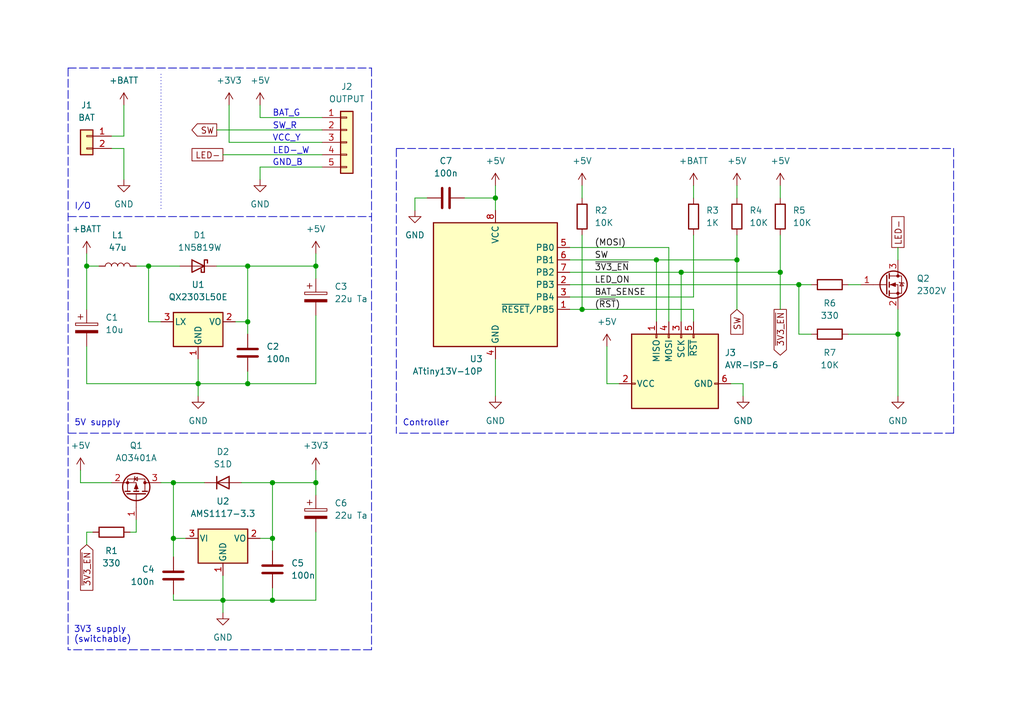
<source format=kicad_sch>
(kicad_sch (version 20211123) (generator eeschema)
  (paper "A5")
  (title_block (title "Napoleon Grill Battery Supply") (date "2024-10-22") (rev "0.1-alpha") (company "Yavook!de") (comment 1 "Napoleon Rogue SE (Special Edition) 425"))
  (lib_symbols
    (symbol "Connector:AVR-ISP-6" (pin_names (offset 1.016))
      (property "Reference" "J" (at -6.35 11.43 0))
      (property "Value" "AVR-ISP-6" (at 0 11.43 0))
      (symbol "AVR-ISP-6_0_1"
        (rectangle (start -2.667 -6.858) (end -2.413 -7.62))
        (rectangle (start -2.667 10.16) (end -2.413 9.398))
        (rectangle (start 7.62 -2.413) (end 6.858 -2.667))
        (rectangle (start 7.62 0.127) (end 6.858 -0.127))
        (rectangle (start 7.62 2.667) (end 6.858 2.413))
        (rectangle (start 7.62 5.207) (end 6.858 4.953))
        (rectangle (start 7.62 10.16) (end -7.62 -7.62) (stroke (width 0.254)) (fill (type background)))
      )
      (symbol "AVR-ISP-6_1_1"
        (pin passive line (at 10.16 5.08 180) (length 2.54) (name "MISO") (number "1"))
        (pin passive line (at -2.54 12.7 270) (length 2.54) (name "VCC") (number "2"))
        (pin passive line (at 10.16 0 180) (length 2.54) (name "SCK") (number "3"))
        (pin passive line (at 10.16 2.54 180) (length 2.54) (name "MOSI") (number "4"))
        (pin passive line (at 10.16 -2.54 180) (length 2.54) (name "~{RST}") (number "5"))
        (pin passive line (at -2.54 -10.16 90) (length 2.54) (name "GND") (number "6"))
      )
    )
    (symbol "Connector_Generic:Conn_01x02" (pin_names (offset 1.016) hide)
      (property "Reference" "J" (at 0 2.54 0))
      (property "Value" "Conn_01x02" (at 0 -5.08 0))
      (symbol "Conn_01x02_1_1"
        (rectangle (start -1.27 -2.413) (end 0 -2.667) (stroke (width 0.1524)))
        (rectangle (start -1.27 0.127) (end 0 -0.127) (stroke (width 0.1524)))
        (rectangle (start -1.27 1.27) (end 1.27 -3.81) (stroke (width 0.254)) (fill (type background)))
        (pin passive line (at -5.08 0 0) (length 3.81) (name "Pin_1") (number "1"))
        (pin passive line (at -5.08 -2.54 0) (length 3.81) (name "Pin_2") (number "2"))
      )
    )
    (symbol "Connector_Generic:Conn_01x05" (pin_names (offset 1.016) hide)
      (property "Reference" "J" (at 0 7.62 0))
      (property "Value" "Conn_01x05" (at 0 -7.62 0))
      (symbol "Conn_01x05_1_1"
        (rectangle (start -1.27 -4.953) (end 0 -5.207) (stroke (width 0.1524)))
        (rectangle (start -1.27 -2.413) (end 0 -2.667) (stroke (width 0.1524)))
        (rectangle (start -1.27 0.127) (end 0 -0.127) (stroke (width 0.1524)))
        (rectangle (start -1.27 2.667) (end 0 2.413) (stroke (width 0.1524)))
        (rectangle (start -1.27 5.207) (end 0 4.953) (stroke (width 0.1524)))
        (rectangle (start -1.27 6.35) (end 1.27 -6.35) (stroke (width 0.254)) (fill (type background)))
        (pin passive line (at -5.08 5.08 0) (length 3.81) (name "Pin_1") (number "1"))
        (pin passive line (at -5.08 2.54 0) (length 3.81) (name "Pin_2") (number "2"))
        (pin passive line (at -5.08 0 0) (length 3.81) (name "Pin_3") (number "3"))
        (pin passive line (at -5.08 -2.54 0) (length 3.81) (name "Pin_4") (number "4"))
        (pin passive line (at -5.08 -5.08 0) (length 3.81) (name "Pin_5") (number "5"))
      )
    )
    (symbol "Device:C" (pin_numbers hide) (pin_names (offset 0.254))
      (property "Reference" "C" (at 0.635 2.54 0))
      (property "Value" "C" (at 0.635 -2.54 0))
      (symbol "C_0_1"
        (polyline (pts (xy -2.032 -0.762) (xy 2.032 -0.762)) (stroke (width 0.508)))
        (polyline (pts (xy -2.032 0.762) (xy 2.032 0.762)) (stroke (width 0.508)))
      )
      (symbol "C_1_1"
        (pin passive line (at 0 3.81 270) (length 2.794) (name "~") (number "1"))
        (pin passive line (at 0 -3.81 90) (length 2.794) (name "~") (number "2"))
      )
    )
    (symbol "Device:C_Polarized" (pin_numbers hide) (pin_names (offset 0.254))
      (property "Reference" "C" (at 0.635 2.54 0))
      (property "Value" "C_Polarized" (at 0.635 -2.54 0))
      (symbol "C_Polarized_0_1"
        (rectangle (start -2.286 0.508) (end 2.286 1.016))
        (polyline (pts (xy -1.778 2.286) (xy -0.762 2.286)))
        (polyline (pts (xy -1.27 2.794) (xy -1.27 1.778)))
        (rectangle (start 2.286 -0.508) (end -2.286 -1.016) (fill (type outline)))
      )
      (symbol "C_Polarized_1_1"
        (pin passive line (at 0 3.81 270) (length 2.794) (name "~") (number "1"))
        (pin passive line (at 0 -3.81 90) (length 2.794) (name "~") (number "2"))
      )
    )
    (symbol "Device:D_Schottky" (pin_numbers hide) (pin_names (offset 1.016) hide)
      (property "Reference" "D" (at 0 2.54 0))
      (property "Value" "D_Schottky" (at 0 -2.54 0))
      (symbol "D_Schottky_0_1"
        (polyline (pts (xy 1.27 0) (xy -1.27 0)))
        (polyline (pts (xy 1.27 1.27) (xy 1.27 -1.27) (xy -1.27 0) (xy 1.27 1.27)) (stroke (width 0.254)))
        (polyline (pts (xy -1.905 0.635) (xy -1.905 1.27) (xy -1.27 1.27) (xy -1.27 -1.27) (xy -0.635 -1.27) (xy -0.635 -0.635)) (stroke (width 0.254)))
      )
      (symbol "D_Schottky_1_1"
        (pin passive line (at -3.81 0 0) (length 2.54) (name "K") (number "1"))
        (pin passive line (at 3.81 0 180) (length 2.54) (name "A") (number "2"))
      )
    )
    (symbol "Device:L" (pin_numbers hide) (pin_names (offset 1.016) hide)
      (property "Reference" "L" (at -1.27 0 90))
      (property "Value" "L" (at 1.905 0 90))
      (symbol "L_0_1"
        (arc (start 0 -2.54) (mid 0.635 -1.905) (end 0 -1.27))
        (arc (start 0 -1.27) (mid 0.635 -0.635) (end 0 0))
        (arc (start 0 0) (mid 0.635 0.635) (end 0 1.27))
        (arc (start 0 1.27) (mid 0.635 1.905) (end 0 2.54))
      )
      (symbol "L_1_1"
        (pin passive line (at 0 3.81 270) (length 1.27) (name "1") (number "1"))
        (pin passive line (at 0 -3.81 90) (length 1.27) (name "2") (number "2"))
      )
    )
    (symbol "Device:R" (pin_numbers hide) (pin_names (offset 0))
      (property "Reference" "R" (at 2.032 0 90))
      (property "Value" "R" (at 0 0 90))
      (symbol "R_0_1"
        (rectangle (start -1.016 -2.54) (end 1.016 2.54) (stroke (width 0.254)))
      )
      (symbol "R_1_1"
        (pin passive line (at 0 3.81 270) (length 1.27) (name "~") (number "1"))
        (pin passive line (at 0 -3.81 90) (length 1.27) (name "~") (number "2"))
      )
    )
    (symbol "Diode:US1D" (pin_numbers hide) (pin_names (offset 1.016) hide)
      (property "Reference" "D" (at 0 2.54 0))
      (property "Value" "US1D" (at 0 -2.54 0))
      (symbol "US1D_0_1"
        (polyline (pts (xy -1.27 1.27) (xy -1.27 -1.27)) (stroke (width 0.254)))
        (polyline (pts (xy 1.27 0) (xy -1.27 0)))
        (polyline (pts (xy 1.27 1.27) (xy 1.27 -1.27) (xy -1.27 0) (xy 1.27 1.27)) (stroke (width 0.254)))
      )
      (symbol "US1D_1_1"
        (pin passive line (at -3.81 0 0) (length 2.54) (name "K") (number "1"))
        (pin passive line (at 3.81 0 180) (length 2.54) (name "A") (number "2"))
      )
    )
    (symbol "MCU_Microchip_ATtiny:ATtiny13V-10P"
      (property "Reference" "U" (at -12.7 13.97 0))
      (property "Value" "ATtiny13V-10P" (at 2.54 -13.97 0))
      (symbol "ATtiny13V-10P_0_1"
        (rectangle (start -12.7 -12.7) (end 12.7 12.7) (stroke (width 0.254)) (fill (type background)))
      )
      (symbol "ATtiny13V-10P_1_1"
        (pin bidirectional line (at 15.24 -5.08 180) (length 2.54) (name "~{RESET}/PB5") (number "1"))
        (pin bidirectional line (at 15.24 0 180) (length 2.54) (name "PB3") (number "2"))
        (pin bidirectional line (at 15.24 -2.54 180) (length 2.54) (name "PB4") (number "3"))
        (pin power_in line (at 0 -15.24 90) (length 2.54) (name "GND") (number "4"))
        (pin bidirectional line (at 15.24 7.62 180) (length 2.54) (name "PB0") (number "5"))
        (pin bidirectional line (at 15.24 5.08 180) (length 2.54) (name "PB1") (number "6"))
        (pin bidirectional line (at 15.24 2.54 180) (length 2.54) (name "PB2") (number "7"))
        (pin power_in line (at 0 15.24 270) (length 2.54) (name "VCC") (number "8"))
      )
    )
    (symbol "Regulator_Linear:AMS1117-3.3" (pin_names (offset 0.254))
      (property "Reference" "U" (at -3.81 3.175 0))
      (property "Value" "AMS1117-3.3" (at 0 3.175 0))
      (symbol "AMS1117-3.3_0_1"
        (rectangle (start -5.08 -5.08) (end 5.08 1.905) (stroke (width 0.254)) (fill (type background)))
      )
      (symbol "AMS1117-3.3_1_1"
        (pin power_in line (at 0 -7.62 90) (length 2.54) (name "GND") (number "1"))
        (pin power_out line (at 7.62 0 180) (length 2.54) (name "VO") (number "2"))
        (pin power_in line (at -7.62 0 0) (length 2.54) (name "VI") (number "3"))
      )
    )
    (symbol "Transistor_FET:AO3401A" (pin_names hide)
      (property "Reference" "Q" (at 5.08 1.905 0))
      (property "Value" "AO3401A" (at 5.08 0 0))
      (symbol "AO3401A_0_1"
        (polyline (pts (xy 0.254 0) (xy -2.54 0)))
        (polyline (pts (xy 0.254 1.905) (xy 0.254 -1.905)) (stroke (width 0.254)))
        (polyline (pts (xy 0.762 -1.27) (xy 0.762 -2.286)) (stroke (width 0.254)))
        (polyline (pts (xy 0.762 0.508) (xy 0.762 -0.508)) (stroke (width 0.254)))
        (polyline (pts (xy 0.762 2.286) (xy 0.762 1.27)) (stroke (width 0.254)))
        (polyline (pts (xy 2.54 2.54) (xy 2.54 1.778)))
        (polyline (pts (xy 2.54 -2.54) (xy 2.54 0) (xy 0.762 0)))
        (polyline (pts (xy 0.762 1.778) (xy 3.302 1.778) (xy 3.302 -1.778) (xy 0.762 -1.778)))
        (polyline (pts (xy 2.286 0) (xy 1.27 0.381) (xy 1.27 -0.381) (xy 2.286 0)) (fill (type outline)))
        (polyline (pts (xy 2.794 -0.508) (xy 2.921 -0.381) (xy 3.683 -0.381) (xy 3.81 -0.254)))
        (polyline (pts (xy 3.302 -0.381) (xy 2.921 0.254) (xy 3.683 0.254) (xy 3.302 -0.381)))
        (circle (center 1.651 0) (radius 2.794) (stroke (width 0.254)))
        (circle (center 2.54 -1.778) (radius 0.254) (fill (type outline)))
        (circle (center 2.54 1.778) (radius 0.254) (fill (type outline)))
      )
      (symbol "AO3401A_1_1"
        (pin input line (at -5.08 0 0) (length 2.54) (name "G") (number "1"))
        (pin passive line (at 2.54 -5.08 90) (length 2.54) (name "S") (number "2"))
        (pin passive line (at 2.54 5.08 270) (length 2.54) (name "D") (number "3"))
      )
    )
    (symbol "Transistor_FET:DMG2302U" (pin_names hide)
      (property "Reference" "Q" (at 5.08 1.905 0))
      (property "Value" "DMG2302U" (at 5.08 0 0))
      (symbol "DMG2302U_0_1"
        (polyline (pts (xy 0.254 0) (xy -2.54 0)))
        (polyline (pts (xy 0.254 1.905) (xy 0.254 -1.905)) (stroke (width 0.254)))
        (polyline (pts (xy 0.762 -1.27) (xy 0.762 -2.286)) (stroke (width 0.254)))
        (polyline (pts (xy 0.762 0.508) (xy 0.762 -0.508)) (stroke (width 0.254)))
        (polyline (pts (xy 0.762 2.286) (xy 0.762 1.27)) (stroke (width 0.254)))
        (polyline (pts (xy 2.54 2.54) (xy 2.54 1.778)))
        (polyline (pts (xy 2.54 -2.54) (xy 2.54 0) (xy 0.762 0)))
        (polyline (pts (xy 0.762 -1.778) (xy 3.302 -1.778) (xy 3.302 1.778) (xy 0.762 1.778)))
        (polyline (pts (xy 1.016 0) (xy 2.032 0.381) (xy 2.032 -0.381) (xy 1.016 0)) (fill (type outline)))
        (polyline (pts (xy 2.794 0.508) (xy 2.921 0.381) (xy 3.683 0.381) (xy 3.81 0.254)))
        (polyline (pts (xy 3.302 0.381) (xy 2.921 -0.254) (xy 3.683 -0.254) (xy 3.302 0.381)))
        (circle (center 1.651 0) (radius 2.794) (stroke (width 0.254)))
        (circle (center 2.54 -1.778) (radius 0.254) (fill (type outline)))
        (circle (center 2.54 1.778) (radius 0.254) (fill (type outline)))
      )
      (symbol "DMG2302U_1_1"
        (pin input line (at -5.08 0 0) (length 2.54) (name "G") (number "1"))
        (pin passive line (at 2.54 -5.08 90) (length 2.54) (name "S") (number "2"))
        (pin passive line (at 2.54 5.08 270) (length 2.54) (name "D") (number "3"))
      )
    )
    (symbol "mini-boards:QX2303L50E" (pin_names (offset 0.254))
      (property "Reference" "U" (at -3.81 3.175 0))
      (property "Value" "QX2303L50E" (at 0 3.175 0))
      (symbol "QX2303L50E_0_1"
        (rectangle (start -5.08 -5.08) (end 5.08 1.905) (stroke (width 0.254)) (fill (type background)))
      )
      (symbol "QX2303L50E_1_1"
        (pin power_in line (at 0 -7.62 90) (length 2.54) (name "GND") (number "1"))
        (pin power_out line (at 7.62 0 180) (length 2.54) (name "VO") (number "2"))
        (pin open_collector line (at -7.62 0 0) (length 2.54) (name "LX") (number "3"))
      )
    )
    (symbol "power:+3V3" (power) (pin_names (offset 0))
      (property "Value" "+3V3" (at 0 3.556 0))
      (symbol "+3V3_0_1"
        (polyline (pts (xy -0.762 1.27) (xy 0 2.54)))
        (polyline (pts (xy 0 0) (xy 0 2.54)))
        (polyline (pts (xy 0 2.54) (xy 0.762 1.27)))
      )
      (symbol "+3V3_1_1"
        (pin power_in line (at 0 0 90) (length 0) hide (name "+3V3") (number "1"))
      )
    )
    (symbol "power:+5V" (power) (pin_names (offset 0))
      (property "Value" "+5V" (at 0 3.556 0))
      (symbol "+5V_0_1"
        (polyline (pts (xy -0.762 1.27) (xy 0 2.54)))
        (polyline (pts (xy 0 0) (xy 0 2.54)))
        (polyline (pts (xy 0 2.54) (xy 0.762 1.27)))
      )
      (symbol "+5V_1_1"
        (pin power_in line (at 0 0 90) (length 0) hide (name "+5V") (number "1"))
      )
    )
    (symbol "power:+BATT" (power) (pin_names (offset 0))
      (property "Value" "+BATT" (at 0 3.556 0))
      (symbol "+BATT_0_1"
        (polyline (pts (xy -0.762 1.27) (xy 0 2.54)))
        (polyline (pts (xy 0 0) (xy 0 2.54)))
        (polyline (pts (xy 0 2.54) (xy 0.762 1.27)))
      )
      (symbol "+BATT_1_1"
        (pin power_in line (at 0 0 90) (length 0) hide (name "+BATT") (number "1"))
      )
    )
    (symbol "power:GND" (power) (pin_names (offset 0))
      (property "Value" "GND" (at 0 -3.81 0))
      (symbol "GND_0_1"
        (polyline (pts (xy 0 0) (xy 0 -1.27) (xy 1.27 -1.27) (xy 0 -2.54) (xy -1.27 -1.27) (xy 0 -1.27)))
      )
      (symbol "GND_1_1"
        (pin power_in line (at 0 0 270) (length 0) hide (name "GND") (number "1"))
      )
    )
  )
  (junction (at 139.7 55.88))
  (junction (at 40.64 78.74))
  (junction (at 160.02 55.88))
  (junction (at 163.83 58.42))
  (junction (at 50.8 78.74))
  (junction (at 35.56 110.49))
  (junction (at 119.38 63.5))
  (junction (at 35.56 99.06))
  (junction (at 151.13 53.34))
  (junction (at 55.88 123.19))
  (junction (at 134.62 53.34))
  (junction (at 50.8 54.61))
  (junction (at 30.48 54.61))
  (junction (at 184.15 68.58))
  (junction (at 45.72 123.19))
  (junction (at 64.77 99.06))
  (junction (at 64.77 54.61))
  (junction (at 17.78 54.61))
  (junction (at 55.88 110.49))
  (junction (at 50.8 66.04))
  (junction (at 101.6 40.64))
  (junction (at 55.88 99.06))
  (wire (pts (xy 50.8 54.61) (xy 64.77 54.61)))
  (wire (pts (xy 16.51 99.06) (xy 22.86 99.06)))
  (wire (pts (xy 142.24 38.1) (xy 142.24 40.64)))
  (wire (pts (xy 49.53 99.06) (xy 55.88 99.06)))
  (polyline (pts (xy 13.97 13.97) (xy 13.97 133.35)))
  (wire (pts (xy 53.34 34.29) (xy 53.34 36.83)))
  (wire (pts (xy 101.6 73.66) (xy 101.6 81.28)))
  (polyline (pts (xy 13.97 88.9) (xy 76.2 88.9)))
  (wire (pts (xy 134.62 53.34) (xy 134.62 66.04)))
  (wire (pts (xy 40.64 73.66) (xy 40.64 78.74)))
  (wire (pts (xy 44.45 26.67) (xy 66.04 26.67)))
  (wire (pts (xy 35.56 123.19) (xy 45.72 123.19)))
  (wire (pts (xy 116.84 50.8) (xy 137.16 50.8)))
  (wire (pts (xy 45.72 31.75) (xy 66.04 31.75)))
  (wire (pts (xy 116.84 58.42) (xy 163.83 58.42)))
  (wire (pts (xy 55.88 99.06) (xy 55.88 110.49)))
  (wire (pts (xy 55.88 99.06) (xy 64.77 99.06)))
  (wire (pts (xy 101.6 38.1) (xy 101.6 40.64)))
  (wire (pts (xy 25.4 21.59) (xy 25.4 27.94)))
  (polyline (pts (xy 13.97 44.45) (xy 76.2 44.45)))
  (wire (pts (xy 22.86 30.48) (xy 25.4 30.48)))
  (wire (pts (xy 184.15 63.5) (xy 184.15 68.58)))
  (polyline (pts (xy 33.02 15.24) (xy 33.02 43.18)) (stroke (width 0) (type dot)))
  (wire (pts (xy 22.86 27.94) (xy 25.4 27.94)))
  (wire (pts (xy 55.88 120.65) (xy 55.88 123.19)))
  (wire (pts (xy 95.25 40.64) (xy 101.6 40.64)))
  (wire (pts (xy 64.77 96.52) (xy 64.77 99.06)))
  (wire (pts (xy 116.84 55.88) (xy 139.7 55.88)))
  (wire (pts (xy 17.78 111.76) (xy 17.78 109.22)))
  (wire (pts (xy 64.77 52.07) (xy 64.77 54.61)))
  (wire (pts (xy 142.24 60.96) (xy 142.24 48.26)))
  (wire (pts (xy 48.26 66.04) (xy 50.8 66.04)))
  (wire (pts (xy 16.51 96.52) (xy 16.51 99.06)))
  (wire (pts (xy 85.09 40.64) (xy 85.09 43.18)))
  (wire (pts (xy 152.4 78.74) (xy 152.4 81.28)))
  (wire (pts (xy 17.78 54.61) (xy 20.32 54.61)))
  (wire (pts (xy 139.7 55.88) (xy 139.7 66.04)))
  (wire (pts (xy 17.78 78.74) (xy 40.64 78.74)))
  (wire (pts (xy 119.38 38.1) (xy 119.38 40.64)))
  (wire (pts (xy 149.86 78.74) (xy 152.4 78.74)))
  (polyline (pts (xy 76.2 13.97) (xy 76.2 133.35)))
  (wire (pts (xy 137.16 50.8) (xy 137.16 66.04)))
  (wire (pts (xy 124.46 78.74) (xy 127 78.74)))
  (wire (pts (xy 119.38 48.26) (xy 119.38 63.5)))
  (polyline (pts (xy 195.58 30.48) (xy 195.58 88.9)))
  (wire (pts (xy 55.88 110.49) (xy 55.88 113.03)))
  (wire (pts (xy 151.13 38.1) (xy 151.13 40.64)))
  (wire (pts (xy 27.94 109.22) (xy 27.94 106.68)))
  (wire (pts (xy 64.77 123.19) (xy 55.88 123.19)))
  (wire (pts (xy 116.84 60.96) (xy 142.24 60.96)))
  (wire (pts (xy 64.77 109.22) (xy 64.77 123.19)))
  (polyline (pts (xy 81.28 30.48) (xy 195.58 30.48)))
  (wire (pts (xy 101.6 40.64) (xy 101.6 43.18)))
  (polyline (pts (xy 76.2 133.35) (xy 13.97 133.35)))
  (wire (pts (xy 35.56 121.92) (xy 35.56 123.19)))
  (wire (pts (xy 30.48 54.61) (xy 36.83 54.61)))
  (wire (pts (xy 17.78 109.22) (xy 19.05 109.22)))
  (wire (pts (xy 46.99 29.21) (xy 66.04 29.21)))
  (wire (pts (xy 87.63 40.64) (xy 85.09 40.64)))
  (wire (pts (xy 184.15 50.8) (xy 184.15 53.34)))
  (wire (pts (xy 119.38 63.5) (xy 142.24 63.5)))
  (wire (pts (xy 17.78 52.07) (xy 17.78 54.61)))
  (wire (pts (xy 64.77 64.77) (xy 64.77 78.74)))
  (wire (pts (xy 53.34 24.13) (xy 66.04 24.13)))
  (wire (pts (xy 30.48 66.04) (xy 30.48 54.61)))
  (wire (pts (xy 50.8 76.2) (xy 50.8 78.74)))
  (wire (pts (xy 151.13 48.26) (xy 151.13 53.34)))
  (wire (pts (xy 50.8 78.74) (xy 64.77 78.74)))
  (wire (pts (xy 17.78 63.5) (xy 17.78 54.61)))
  (wire (pts (xy 53.34 34.29) (xy 66.04 34.29)))
  (wire (pts (xy 45.72 123.19) (xy 45.72 118.11)))
  (wire (pts (xy 116.84 53.34) (xy 134.62 53.34)))
  (wire (pts (xy 142.24 66.04) (xy 142.24 63.5)))
  (wire (pts (xy 40.64 78.74) (xy 40.64 81.28)))
  (wire (pts (xy 64.77 99.06) (xy 64.77 101.6)))
  (wire (pts (xy 45.72 123.19) (xy 45.72 125.73)))
  (wire (pts (xy 160.02 48.26) (xy 160.02 55.88)))
  (wire (pts (xy 35.56 99.06) (xy 41.91 99.06)))
  (polyline (pts (xy 81.28 30.48) (xy 81.28 88.9)))
  (wire (pts (xy 26.67 109.22) (xy 27.94 109.22)))
  (wire (pts (xy 35.56 110.49) (xy 35.56 99.06)))
  (wire (pts (xy 38.1 110.49) (xy 35.56 110.49)))
  (wire (pts (xy 50.8 78.74) (xy 40.64 78.74)))
  (wire (pts (xy 17.78 71.12) (xy 17.78 78.74)))
  (polyline (pts (xy 13.97 13.97) (xy 76.2 13.97)))
  (wire (pts (xy 173.99 68.58) (xy 184.15 68.58)))
  (wire (pts (xy 27.94 54.61) (xy 30.48 54.61)))
  (wire (pts (xy 55.88 123.19) (xy 45.72 123.19)))
  (polyline (pts (xy 195.58 88.9) (xy 81.28 88.9)))
  (wire (pts (xy 53.34 21.59) (xy 53.34 24.13)))
  (wire (pts (xy 50.8 66.04) (xy 50.8 68.58)))
  (wire (pts (xy 44.45 54.61) (xy 50.8 54.61)))
  (wire (pts (xy 35.56 110.49) (xy 35.56 114.3)))
  (wire (pts (xy 166.37 68.58) (xy 163.83 68.58)))
  (wire (pts (xy 116.84 63.5) (xy 119.38 63.5)))
  (wire (pts (xy 33.02 99.06) (xy 35.56 99.06)))
  (wire (pts (xy 53.34 110.49) (xy 55.88 110.49)))
  (wire (pts (xy 160.02 55.88) (xy 160.02 63.5)))
  (wire (pts (xy 151.13 53.34) (xy 151.13 63.5)))
  (wire (pts (xy 173.99 58.42) (xy 176.53 58.42)))
  (wire (pts (xy 64.77 54.61) (xy 64.77 57.15)))
  (wire (pts (xy 33.02 66.04) (xy 30.48 66.04)))
  (wire (pts (xy 184.15 68.58) (xy 184.15 81.28)))
  (wire (pts (xy 163.83 58.42) (xy 166.37 58.42)))
  (wire (pts (xy 46.99 29.21) (xy 46.99 21.59)))
  (wire (pts (xy 134.62 53.34) (xy 151.13 53.34)))
  (wire (pts (xy 160.02 38.1) (xy 160.02 40.64)))
  (wire (pts (xy 163.83 68.58) (xy 163.83 58.42)))
  (wire (pts (xy 139.7 55.88) (xy 160.02 55.88)))
  (wire (pts (xy 124.46 71.12) (xy 124.46 78.74)))
  (wire (pts (xy 50.8 54.61) (xy 50.8 66.04)))
  (wire (pts (xy 25.4 30.48) (xy 25.4 36.83)))
  (text "I/O" (at 15.24 43.18 0) (effects (font (size 1.27 1.27)) (justify left bottom)))
  (text "VCC_Y" (at 55.8496 29.1853 0) (effects (font (size 1.27 1.27)) (justify left bottom)))
  (text "GND_B" (at 55.8496 34.2009 0) (effects (font (size 1.27 1.27)) (justify left bottom)))
  (text "5V supply" (at 15.2157 87.6125 0) (effects (font (size 1.27 1.27)) (justify left bottom)))
  (text "SW_R" (at 55.88 26.67 0) (effects (font (size 1.27 1.27)) (justify left bottom)))
  (text "BAT_G" (at 55.8496 24.0693 0) (effects (font (size 1.27 1.27)) (justify left bottom)))
  (text "LED-_W" (at 55.88 31.75 0) (effects (font (size 1.27 1.27)) (justify left bottom)))
  (text "3V3 supply\n(switchable)" (at 15.1293 132.0625 0) (effects (font (size 1.27 1.27)) (justify left bottom)))
  (text "Controller" (at 82.55 87.63 0) (effects (font (size 1.27 1.27)) (justify left bottom)))
  (label "LED_ON" (at 121.92 58.42 0))
  (label "(MOSI)" (at 121.92 50.8 0))
  (label "(~{RST})" (at 121.92 63.5 0))
  (label "~{3V3_EN}" (at 121.92 55.88 0))
  (label "SW" (at 121.92 53.34 0))
  (label "BAT_SENSE" (at 121.92 60.96 0))
  (global_label "~{3V3_EN}" (shape output) (at 160.02 63.5 270) (property "Referenzen zwischen Schaltplänen" "${INTERSHEET_REFS}" (effects hide)))
  (global_label "LED-" (shape passive) (at 45.72 31.75 180) (property "Referenzen zwischen Schaltplänen" "${INTERSHEET_REFS}" (effects hide)))
  (global_label "SW" (shape input) (at 151.13 63.5 270) (property "Referenzen zwischen Schaltplänen" "${INTERSHEET_REFS}" (effects hide)))
  (global_label "~{3V3_EN}" (shape input) (at 17.78 111.76 270) (property "Referenzen zwischen Schaltplänen" "${INTERSHEET_REFS}" (effects hide)))
  (global_label "LED-" (shape passive) (at 184.15 50.8 90) (property "Referenzen zwischen Schaltplänen" "${INTERSHEET_REFS}" (effects hide)))
  (global_label "SW" (shape output) (at 44.45 26.67 180) (property "Referenzen zwischen Schaltplänen" "${INTERSHEET_REFS}" (effects hide)))
  (symbol (lib_id "MCU_Microchip_ATtiny:ATtiny13V-10P") (at 101.6 58.42 0) (unit 1)
    (property "Reference" "U3" (at 99.06 73.66 0) (effects (justify right)))
    (property "Value" "ATtiny13V-10P" (at 99.06 76.2 0) (effects (justify right)))
    (property "Footprint" "Package_DIP:DIP-8_W7.62mm_Socket_LongPads" (effects hide))
    (property "Datasheet" "http://ww1.microchip.com/downloads/en/DeviceDoc/doc2535.pdf" (effects hide))
  )
  (symbol (lib_id "power:+5V") (at 160.02 38.1 0) (unit 1)
    (property "Reference" "#PWR020" (effects hide))
    (property "Value" "+5V" (at 160.02 33.02 0))
  )
  (symbol (lib_id "power:+5V") (at 119.38 38.1 0) (unit 1)
    (property "Reference" "#PWR015" (effects hide))
    (property "Value" "+5V" (at 119.38 33.02 0))
  )
  (symbol (lib_id "power:GND") (at 45.72 125.73 0) (unit 1)
    (property "Reference" "#PWR010" (effects hide))
    (property "Value" "GND" (at 45.72 130.81 0))
  )
  (symbol (lib_id "power:+5V") (at 64.77 52.07 0) (unit 1)
    (property "Reference" "#PWR08" (effects hide))
    (property "Value" "+5V" (at 64.77 46.99 0))
  )
  (symbol (lib_id "Device:R") (at 22.86 109.22 90) (unit 1)
    (property "Reference" "R1" (at 22.86 113.03 90))
    (property "Value" "330" (at 22.86 115.57 90))
    (property "Footprint" "Resistor_SMD:R_0805_2012Metric_Pad1.20x1.40mm_HandSolder" (effects hide))
  )
  (symbol (lib_id "Device:C_Polarized") (at 64.77 60.96 0) (unit 1)
    (property "Reference" "C3" (at 68.58 58.8009 0) (effects (justify left)))
    (property "Value" "22u Ta" (at 68.58 61.3409 0) (effects (justify left)))
    (property "Footprint" "Capacitor_Tantalum_SMD:CP_EIA-3216-18_Kemet-A_Pad1.58x1.35mm_HandSolder" (effects hide))
  )
  (symbol (lib_id "Device:C") (at 91.44 40.64 270) (unit 1)
    (property "Reference" "C7" (at 91.44 33.02 90))
    (property "Value" "100n" (at 91.44 35.56 90))
    (property "Footprint" "Capacitor_SMD:C_0805_2012Metric_Pad1.18x1.45mm_HandSolder" (effects hide))
  )
  (symbol (lib_id "power:GND") (at 85.09 43.18 0) (unit 1)
    (property "Reference" "#PWR012" (effects hide))
    (property "Value" "GND" (at 85.09 48.26 0))
  )
  (symbol (lib_id "Device:D_Schottky") (at 40.64 54.61 0) (mirror y) (unit 1)
    (property "Reference" "D1" (at 40.9575 48.26 0))
    (property "Value" "1N5819W" (at 40.9575 50.8 0))
    (property "Footprint" "Diode_SMD:D_SOD-123" (effects hide))
    (property "Datasheet" "https://www.lcsc.com/datasheet/lcsc_datasheet_2307181656_HXY-MOSFET-1N5819W_C5451628.pdf" (effects hide))
  )
  (symbol (lib_id "Device:R") (at 151.13 44.45 180) (unit 1)
    (property "Reference" "R4" (at 153.67 43.1799 0) (effects (justify right)))
    (property "Value" "10K" (at 153.67 45.7199 0) (effects (justify right)))
    (property "Footprint" "Resistor_SMD:R_0805_2012Metric_Pad1.20x1.40mm_HandSolder" (effects hide))
  )
  (symbol (lib_id "power:+5V") (at 53.34 21.59 0) (unit 1)
    (property "Reference" "#PWR04" (effects hide))
    (property "Value" "+5V" (at 53.34 16.51 0))
  )
  (symbol (lib_id "Transistor_FET:DMG2302U") (at 181.61 58.42 0) (unit 1)
    (property "Reference" "Q2" (at 187.96 57.1499 0) (effects (justify left)))
    (property "Value" "2302V" (at 187.96 59.6899 0) (effects (justify left)))
    (property "Footprint" "Package_TO_SOT_SMD:SOT-23" (effects hide))
    (property "Datasheet" "https://www.lcsc.com/datasheet/lcsc_datasheet_2410010230_HL-2302V_C7431443.pdf" (effects hide))
  )
  (symbol (lib_id "power:+5V") (at 16.51 96.52 0) (unit 1)
    (property "Reference" "#PWR09" (effects hide))
    (property "Value" "+5V" (at 16.51 91.44 0))
  )
  (symbol (lib_id "Device:R") (at 160.02 44.45 180) (unit 1)
    (property "Reference" "R5" (at 162.56 43.1799 0) (effects (justify right)))
    (property "Value" "10K" (at 162.56 45.7199 0) (effects (justify right)))
    (property "Footprint" "Resistor_SMD:R_0805_2012Metric_Pad1.20x1.40mm_HandSolder" (effects hide))
  )
  (symbol (lib_id "Device:C") (at 35.56 118.11 0) (mirror x) (unit 1)
    (property "Reference" "C4" (at 31.75 116.8399 0) (effects (justify right)))
    (property "Value" "100n" (at 31.75 119.3799 0) (effects (justify right)))
    (property "Footprint" "Capacitor_SMD:C_0805_2012Metric_Pad1.18x1.45mm_HandSolder" (effects hide))
  )
  (symbol (lib_id "Device:C") (at 50.8 72.39 0) (unit 1)
    (property "Reference" "C2" (at 54.61 71.1199 0) (effects (justify left)))
    (property "Value" "100n" (at 54.61 73.6599 0) (effects (justify left)))
    (property "Footprint" "Capacitor_SMD:C_0805_2012Metric_Pad1.18x1.45mm_HandSolder" (effects hide))
  )
  (symbol (lib_id "power:GND") (at 152.4 81.28 0) (unit 1)
    (property "Reference" "#PWR019" (effects hide))
    (property "Value" "GND" (at 152.4 86.36 0))
  )
  (symbol (lib_id "power:GND") (at 53.34 36.83 0) (unit 1)
    (property "Reference" "#PWR05" (effects hide))
    (property "Value" "GND" (at 53.34 41.91 0))
  )
  (symbol (lib_id "Device:C_Polarized") (at 17.78 67.31 0) (unit 1)
    (property "Reference" "C1" (at 21.59 65.1509 0) (effects (justify left)))
    (property "Value" "10u" (at 21.59 67.6909 0) (effects (justify left)))
    (property "Footprint" "Capacitor_SMD:CP_Elec_4x5.4" (effects hide))
  )
  (symbol (lib_id "power:+BATT") (at 25.4 21.59 0) (unit 1)
    (property "Reference" "#PWR01" (effects hide))
    (property "Value" "+BATT" (at 25.4 16.51 0))
  )
  (symbol (lib_id "Device:L") (at 24.13 54.61 90) (unit 1)
    (property "Reference" "L1" (at 24.13 48.26 90))
    (property "Value" "47u" (at 24.13 50.8 90))
    (property "Footprint" "Inductor_SMD:L_10.4x10.4_H4.8" (effects hide))
  )
  (symbol (lib_id "Device:R") (at 119.38 44.45 180) (unit 1)
    (property "Reference" "R2" (at 121.92 43.1799 0) (effects (justify right)))
    (property "Value" "10K" (at 121.92 45.7199 0) (effects (justify right)))
    (property "Footprint" "Resistor_SMD:R_0805_2012Metric_Pad1.20x1.40mm_HandSolder" (effects hide))
  )
  (symbol (lib_id "power:+5V") (at 151.13 38.1 0) (unit 1)
    (property "Reference" "#PWR018" (effects hide))
    (property "Value" "+5V" (at 151.13 33.02 0))
  )
  (symbol (lib_id "Connector:AVR-ISP-6") (at 139.7 76.2 90) (unit 1)
    (property "Reference" "J3" (at 148.59 72.39 90) (effects (justify right)))
    (property "Value" "AVR-ISP-6" (at 148.59 74.93 90) (effects (justify right)))
    (property "Footprint" "Connector_PinHeader_2.54mm:PinHeader_2x03_P2.54mm_Vertical" (effects hide))
    (property "Datasheet" " ~" (effects hide))
  )
  (symbol (lib_id "power:GND") (at 184.15 81.28 0) (unit 1)
    (property "Reference" "#PWR021" (effects hide))
    (property "Value" "GND" (at 184.15 86.36 0))
  )
  (symbol (lib_id "power:GND") (at 40.64 81.28 0) (unit 1)
    (property "Reference" "#PWR07" (effects hide))
    (property "Value" "GND" (at 40.64 86.36 0))
  )
  (symbol (lib_id "power:GND") (at 25.4 36.83 0) (unit 1)
    (property "Reference" "#PWR02" (effects hide))
    (property "Value" "GND" (at 25.4 41.91 0))
  )
  (symbol (lib_id "power:+5V") (at 101.6 38.1 0) (unit 1)
    (property "Reference" "#PWR013" (effects hide))
    (property "Value" "+5V" (at 101.6 33.02 0))
  )
  (symbol (lib_id "Device:C_Polarized") (at 64.77 105.41 0) (unit 1)
    (property "Reference" "C6" (at 68.58 103.2509 0) (effects (justify left)))
    (property "Value" "22u Ta" (at 68.58 105.7909 0) (effects (justify left)))
    (property "Footprint" "Capacitor_Tantalum_SMD:CP_EIA-3216-18_Kemet-A_Pad1.58x1.35mm_HandSolder" (effects hide))
  )
  (symbol (lib_id "Device:R") (at 142.24 44.45 180) (unit 1)
    (property "Reference" "R3" (at 144.78 43.1799 0) (effects (justify right)))
    (property "Value" "1K" (at 144.78 45.7199 0) (effects (justify right)))
    (property "Footprint" "Resistor_SMD:R_0805_2012Metric_Pad1.20x1.40mm_HandSolder" (effects hide))
  )
  (symbol (lib_id "power:+3V3") (at 46.99 21.59 0) (unit 1)
    (property "Reference" "#PWR03" (effects hide))
    (property "Value" "+3V3" (at 46.99 16.51 0))
  )
  (symbol (lib_id "Regulator_Linear:AMS1117-3.3") (at 45.72 110.49 0) (unit 1)
    (property "Reference" "U2" (at 45.72 102.87 0))
    (property "Value" "AMS1117-3.3" (at 45.72 105.41 0))
    (property "Footprint" "Package_TO_SOT_SMD:SOT-223-3_TabPin2" (effects hide))
    (property "Datasheet" "http://www.advanced-monolithic.com/pdf/ds1117.pdf" (effects hide))
  )
  (symbol (lib_id "power:+3V3") (at 64.77 96.52 0) (unit 1)
    (property "Reference" "#PWR011" (effects hide))
    (property "Value" "+3V3" (at 64.77 91.44 0))
  )
  (symbol (lib_id "power:GND") (at 101.6 81.28 0) (unit 1)
    (property "Reference" "#PWR014" (effects hide))
    (property "Value" "GND" (at 101.6 86.36 0))
  )
  (symbol (lib_id "power:+5V") (at 124.46 71.12 0) (unit 1)
    (property "Reference" "#PWR016" (effects hide))
    (property "Value" "+5V" (at 124.46 66.04 0))
  )
  (symbol (lib_id "Transistor_FET:AO3401A") (at 27.94 101.6 270) (mirror x) (unit 1)
    (property "Reference" "Q1" (at 27.94 91.44 90))
    (property "Value" "AO3401A" (at 27.94 93.98 90))
    (property "Footprint" "Package_TO_SOT_SMD:SOT-23" (effects hide))
    (property "Datasheet" "http://www.aosmd.com/pdfs/datasheet/AO3401A.pdf" (effects hide))
  )
  (symbol (lib_id "power:+BATT") (at 142.24 38.1 0) (unit 1)
    (property "Reference" "#PWR017" (effects hide))
    (property "Value" "+BATT" (at 142.24 33.02 0))
  )
  (symbol (lib_id "Connector_Generic:Conn_01x02") (at 17.78 27.94 0) (mirror y) (unit 1)
    (property "Reference" "J1" (at 17.78 21.59 0))
    (property "Value" "BAT" (at 17.78 24.13 0))
    (property "Footprint" "mini-boards:SolderWire_02_2x4mm" (effects hide))
  )
  (symbol (lib_id "Device:C") (at 55.88 116.84 0) (unit 1)
    (property "Reference" "C5" (at 59.69 115.5699 0) (effects (justify left)))
    (property "Value" "100n" (at 59.69 118.1099 0) (effects (justify left)))
    (property "Footprint" "Capacitor_SMD:C_0805_2012Metric_Pad1.18x1.45mm_HandSolder" (effects hide))
  )
  (symbol (lib_id "Device:R") (at 170.18 58.42 90) (unit 1)
    (property "Reference" "R6" (at 170.18 62.23 90))
    (property "Value" "330" (at 170.18 64.77 90))
    (property "Footprint" "Resistor_SMD:R_0805_2012Metric_Pad1.20x1.40mm_HandSolder" (effects hide))
  )
  (symbol (lib_id "power:+BATT") (at 17.78 52.07 0) (unit 1)
    (property "Reference" "#PWR06" (effects hide))
    (property "Value" "+BATT" (at 17.78 46.99 0))
  )
  (symbol (lib_id "Diode:US1D") (at 45.72 99.06 0) (unit 1)
    (property "Reference" "D2" (at 45.72 92.71 0))
    (property "Value" "S1D" (at 45.72 95.25 0))
    (property "Footprint" "Diode_SMD:D_SMA_Handsoldering" (effects hide))
    (property "Datasheet" "https://www.vishay.com/docs/88711/s1.pdf" (effects hide))
  )
  (symbol (lib_id "mini-boards:QX2303L50E") (at 40.64 66.04 0) (unit 1)
    (property "Reference" "U1" (at 40.64 58.42 0))
    (property "Value" "QX2303L50E" (at 40.64 60.96 0))
    (property "Footprint" "Package_TO_SOT_SMD:SOT-89-3_Handsoldering" (effects hide))
    (property "Datasheet" "https://www.lcsc.com/datasheet/lcsc_datasheet_1809201531_QX-Micro-Devices-QX2303L50TO_C236066.pdf" (effects hide))
  )
  (symbol (lib_id "Device:R") (at 170.18 68.58 270) (unit 1)
    (property "Reference" "R7" (at 170.18 72.39 90))
    (property "Value" "10K" (at 170.18 74.93 90))
    (property "Footprint" "Resistor_SMD:R_0805_2012Metric_Pad1.20x1.40mm_HandSolder" (effects hide))
  )
  (symbol (lib_id "Connector_Generic:Conn_01x05") (at 71.12 29.21 0) (unit 1)
    (property "Reference" "J2" (at 71.12 17.78 0))
    (property "Value" "OUTPUT" (at 71.12 20.32 0))
    (property "Footprint" "mini-boards:SolderWire_05_2x4mm" (effects hide))
  )
)
</source>
